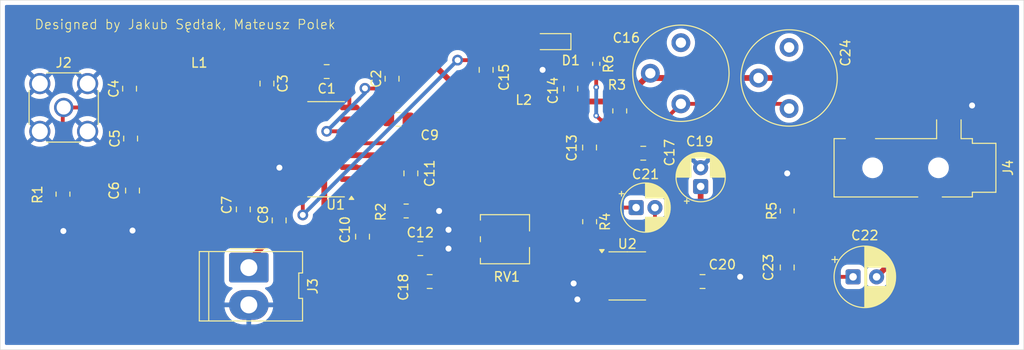
<source format=kicad_pcb>
(kicad_pcb (version 20241229) (generator "pcbnew") (generator_version "9.0")
  (layers (0 "F.Cu" signal) (2 "B.Cu" signal) (13 "F.Paste" user) (15 "B.Paste" user) (5 "F.SilkS" user "F.Silkscreen") (7 "B.SilkS" user "B.Silkscreen") (1 "F.Mask" user) (3 "B.Mask" user) (25 "Edge.Cuts" user))
  (net 0 "")
  (net 1 "Net-(U1-V_iIF)")
  (net 2 "Net-(U1-VoIF)")
  (net 3 "Net-(U1-IF_FEEDBACK)")
  (net 4 "Net-(U1-C_LP2)")
  (net 5 "/Vsupply_+3V")
  (net 6 "Net-(C4-Pad2)")
  (net 7 "Net-(C5-Pad1)")
  (net 8 "Net-(U1-C_LIMITER)")
  (net 9 "Net-(U1-C_AP)")
  (net 10 "Net-(U1-C_LP1)")
  (net 11 "Net-(U1-MUTE)")
  (net 12 "Net-(U1-LOOP)")
  (net 13 "/AUDIO_Input")
  (net 14 "GND")
  (net 15 "Net-(D1-K)")
  (net 16 "Net-(D1-A)")
  (net 17 "Net-(C16-Pad1)")
  (net 18 "Net-(J2-In)")
  (net 19 "Net-(C18-Pad2)")
  (net 20 "Net-(U2-BYPASS)")
  (net 21 "Net-(C21-Pad1)")
  (net 22 "Net-(C21-Pad2)")
  (net 23 "Net-(C22-Pad1)")
  (net 24 "Net-(C22-Pad2)")
  (net 25 "Net-(C23-Pad2)")
  (net 26 "Net-(R4-Pad2)")
  (net 27 "Net-(U2--)")
  (net 28 "Net-(U1-OSCILATOR)")
  (footprint "Capacitor_SMD:C_0805_2012Metric_Pad1.18x1.45mm_HandSolder" (layer "F.Cu") (at 26.15 32.32 -90)
    (property "Reference" "C6" (at 0 1.96 90) (layer "F.SilkS"))
    (property "Value" "220pF")
    (pad "1" smd roundrect (at -1.0375 0 270) (size 1.175 1.45) (layers "F.Cu" "F.Mask" "F.Paste") (roundrect_rratio 0.212766) (net 7 "Net-(C5-Pad1)"))
    (pad "2" smd roundrect (at 1.0375 0 270) (size 1.175 1.45) (layers "F.Cu" "F.Mask" "F.Paste") (roundrect_rratio 0.212766) (net 14 "GND"))
  )
  (footprint "Diode_SMD:D_SOD-323_HandSoldering" (layer "F.Cu") (at 70.736 16.49 180)
    (property "Reference" "D1" (at -2 -2 180) (layer "F.SilkS"))
    (property "Value" "BB 439 E6327")
    (pad "1" smd roundrect (at -1.25 0 180) (size 1 1) (layers "F.Cu" "F.Mask" "F.Paste") (net 15 "Net-(D1-K)"))
    (pad "2" smd roundrect (at 1.25 0 180) (size 1 1) (layers "F.Cu" "F.Mask" "F.Paste") (net 16 "Net-(D1-A)"))
  )
  (footprint "Resistor_SMD:R_0805_2012Metric_Pad1.20x1.40mm_HandSolder" (layer "F.Cu") (at 95.736 34.49 90)
    (property "Reference" "R5" (at 0 -1.65 90) (layer "F.SilkS"))
    (property "Value" "10")
    (pad "1" smd roundrect (at -1 0 90) (size 1.2 1.4) (layers "F.Cu" "F.Mask" "F.Paste") (roundrect_rratio 0.208333) (net 25 "Net-(C23-Pad2)"))
    (pad "2" smd roundrect (at 1 0 90) (size 1.2 1.4) (layers "F.Cu" "F.Mask" "F.Paste") (roundrect_rratio 0.208333) (net 14 "GND"))
  )
  (footprint "Capacitor_SMD:C_0805_2012Metric_Pad1.18x1.45mm_HandSolder" (layer "F.Cu") (at 25.948 26.792 90)
    (property "Reference" "C5" (at 0 -1.68 90) (layer "F.SilkS"))
    (property "Value" "68pF")
    (pad "1" smd roundrect (at -1.0375 0 90) (size 1.175 1.45) (layers "F.Cu" "F.Mask" "F.Paste") (roundrect_rratio 0.212766) (net 7 "Net-(C5-Pad1)"))
    (pad "2" smd roundrect (at 1.0375 0 90) (size 1.175 1.45) (layers "F.Cu" "F.Mask" "F.Paste") (roundrect_rratio 0.212766) (net 18 "Net-(J2-In)"))
  )
  (footprint "Connector_Audio:Jack_3.5mm_CUI_SJ-3523-SMT_Horizontal" (layer "F.Cu") (at 109.316 29.9 -90)
    (property "Reference" "J4" (at 0 -9.9 90) (layer "F.SilkS"))
    (property "Value" "AudioJack3")
    (pad "" np_thru_hole circle (at 0 -2.5 270) (size 1.7 1.7) (drill 1.7) (layers "*.Cu" "*.Mask"))
    (pad "" np_thru_hole circle (at 0 4.5 270) (size 1.7 1.7) (drill 1.7) (layers "*.Cu" "*.Mask"))
    (pad "R" smd rect (at 3.7 -1.6 270) (size 2.8 2.2) (layers "F.Cu" "F.Mask" "F.Paste") (net 24 "Net-(C22-Pad2)"))
    (pad "S" smd rect (at -3.7 -3.6 270) (size 2.8 2.2) (layers "F.Cu" "F.Mask" "F.Paste") (net 14 "GND"))
    (pad "T" smd rect (at -3.7 5.8 270) (size 2.8 2.8) (layers "F.Cu" "F.Mask" "F.Paste") (net 24 "Net-(C22-Pad2)"))
  )
  (footprint "Capacitor_SMD:C_0805_2012Metric_Pad1.18x1.45mm_HandSolder" (layer "F.Cu") (at 50.598 37.2195 -90)
    (property "Reference" "C10" (at -0.7295 1.862 90) (layer "F.SilkS"))
    (property "Value" "100nF")
    (pad "1" smd roundrect (at -1.0375 0 270) (size 1.175 1.45) (layers "F.Cu" "F.Mask" "F.Paste") (roundrect_rratio 0.212766) (net 11 "Net-(U1-MUTE)"))
    (pad "2" smd roundrect (at 1.0375 0 270) (size 1.175 1.45) (layers "F.Cu" "F.Mask" "F.Paste") (roundrect_rratio 0.212766) (net 5 "/Vsupply_+3V"))
  )
  (footprint "Connector_Molex:Molex_KK-396_5273-02A_1x02_P3.96mm_Vertical" (layer "F.Cu") (at 38.511 40.51 -90)
    (property "Reference" "J3" (at 1.98 -6.8 90) (layer "F.SilkS"))
    (property "Value" "Conn_01x02_Pin")
    (pad "1" thru_hole roundrect (at 0 0 270) (size 3.16 4.2) (drill 1.8) (layers "*.Cu" "*.Mask") (roundrect_rratio 0.079114) (net 5 "/Vsupply_+3V"))
    (pad "2" thru_hole oval (at 3.96 0 270) (size 3.16 4.2) (drill 1.8) (layers "*.Cu" "*.Mask") (net 14 "GND"))
  )
  (footprint "Capacitor_SMD:C_0805_2012Metric_Pad1.18x1.45mm_HandSolder" (layer "F.Cu") (at 80.436 28.352 180)
    (property "Reference" "C17" (at -2.8 0.062 90) (layer "F.SilkS"))
    (property "Value" "27pF")
    (pad "1" smd roundrect (at -1.0375 0 180) (size 1.175 1.45) (layers "F.Cu" "F.Mask" "F.Paste") (roundrect_rratio 0.212766) (net 17 "Net-(C16-Pad1)"))
    (pad "2" smd roundrect (at 1.0375 0 180) (size 1.175 1.45) (layers "F.Cu" "F.Mask" "F.Paste") (roundrect_rratio 0.212766) (net 28 "Net-(U1-OSCILATOR)"))
  )
  (footprint "Capacitor_SMD:C_0805_2012Metric_Pad1.18x1.45mm_HandSolder" (layer "F.Cu") (at 37.926 34.32 90)
    (property "Reference" "C7" (at 0.462 -1.762 90) (layer "F.SilkS"))
    (property "Value" "100nF")
    (pad "1" smd roundrect (at -1.0375 0 90) (size 1.175 1.45) (layers "F.Cu" "F.Mask" "F.Paste") (roundrect_rratio 0.212766) (net 5 "/Vsupply_+3V"))
    (pad "2" smd roundrect (at 1.0375 0 90) (size 1.175 1.45) (layers "F.Cu" "F.Mask" "F.Paste") (roundrect_rratio 0.212766) (net 8 "Net-(U1-C_LIMITER)"))
  )
  (footprint "Footprints_new:JLC05E088TRVSM" (layer "F.Cu") (at 33.236 24.49)
    (property "Reference" "L1" (at 0 -5.75 0) (layer "F.SilkS"))
    (property "Value" "70nH")
    (pad "1" smd rect (at 0 -3.5) (size 7 2) (layers "F.Cu" "F.Mask" "F.Paste") (net 6 "Net-(C4-Pad2)"))
    (pad "2" smd rect (at 0 3.5) (size 7 2) (layers "F.Cu" "F.Mask" "F.Paste") (net 7 "Net-(C5-Pad1)"))
  )
  (footprint "Capacitor_SMD:C_0805_2012Metric_Pad1.18x1.45mm_HandSolder" (layer "F.Cu") (at 40.438 20.942 -90)
    (property "Reference" "C3" (at 0 -1.68 90) (layer "F.SilkS"))
    (property "Value" "330pF")
    (pad "1" smd roundrect (at -1.0375 0 270) (size 1.175 1.45) (layers "F.Cu" "F.Mask" "F.Paste") (roundrect_rratio 0.212766) (net 5 "/Vsupply_+3V"))
    (pad "2" smd roundrect (at 1.0375 0 270) (size 1.175 1.45) (layers "F.Cu" "F.Mask" "F.Paste") (roundrect_rratio 0.212766) (net 4 "Net-(U1-C_LP2)"))
  )
  (footprint "Capacitor_SMD:C_0805_2012Metric_Pad1.18x1.45mm_HandSolder" (layer "F.Cu") (at 95.736 40.49 90)
    (property "Reference" "C23" (at 0 -2 90) (layer "F.SilkS"))
    (property "Value" "47nF")
    (pad "1" smd roundrect (at -1.0375 0 90) (size 1.175 1.45) (layers "F.Cu" "F.Mask" "F.Paste") (roundrect_rratio 0.212766) (net 23 "Net-(C22-Pad1)"))
    (pad "2" smd roundrect (at 1.0375 0 90) (size 1.175 1.45) (layers "F.Cu" "F.Mask" "F.Paste") (roundrect_rratio 0.212766) (net 25 "Net-(C23-Pad2)"))
  )
  (footprint "Capacitor_THT:CP_Radial_D5.0mm_P2.00mm" (layer "F.Cu") (at 86.536 31.89 90)
    (property "Reference" "C19" (at 4.8 -0.1 180) (layer "F.SilkS"))
    (property "Value" "10uF")
    (pad "1" thru_hole roundrect (at 0 0 90) (size 1.6 1.6) (drill 0.8) (layers "*.Cu" "*.Mask") (roundrect_rratio 0.15625) (net 20 "Net-(U2-BYPASS)"))
    (pad "2" thru_hole circle (at 2 0 90) (size 1.6 1.6) (drill 0.8) (layers "*.Cu" "*.Mask") (net 14 "GND"))
  )
  (footprint "Capacitor_SMD:C_0805_2012Metric_Pad1.18x1.45mm_HandSolder" (layer "F.Cu") (at 41.736 35.49 90)
    (property "Reference" "C8" (at 0.6 -1.7 90) (layer "F.SilkS"))
    (property "Value" "470pF")
    (pad "1" smd roundrect (at -1.0375 0 90) (size 1.175 1.45) (layers "F.Cu" "F.Mask" "F.Paste") (roundrect_rratio 0.212766) (net 5 "/Vsupply_+3V"))
    (pad "2" smd roundrect (at 1.0375 0 90) (size 1.175 1.45) (layers "F.Cu" "F.Mask" "F.Paste") (roundrect_rratio 0.212766) (net 9 "Net-(U1-C_AP)"))
  )
  (footprint "Resistor_SMD:R_0805_2012Metric_Pad1.20x1.40mm_HandSolder" (layer "F.Cu") (at 18.76 32.7 -90)
    (property "Reference" "R1" (at 0.05 2.71 90) (layer "F.SilkS"))
    (property "Value" "10K")
    (pad "1" smd roundrect (at -1 0 270) (size 1.2 1.4) (layers "F.Cu" "F.Mask" "F.Paste") (roundrect_rratio 0.208333) (net 18 "Net-(J2-In)"))
    (pad "2" smd roundrect (at 1 0 270) (size 1.2 1.4) (layers "F.Cu" "F.Mask" "F.Paste") (roundrect_rratio 0.208333) (net 14 "GND"))
  )
  (footprint "CUSTOM:variable capacitor 90deg 3 leg" (layer "F.Cu") (at 95.936 20.352 90)
    (property "Reference" "C24" (at 2.662 6 270) (layer "F.SilkS"))
    (property "Value" "C_Trim")
    (pad "1" thru_hole oval (at -3.25 0 90) (size 2 2) (drill 1.1) (layers "*.Cu" "*.Mask") (net 17 "Net-(C16-Pad1)"))
    (pad "2" thru_hole oval (at 0 -3.25 90) (size 2 2) (drill 1.1) (layers "*.Cu" "*.Mask") (net 5 "/Vsupply_+3V"))
    (pad "3" thru_hole oval (at 3.25 0 90) (size 2 2) (drill 1.1) (layers "*.Cu" "*.Mask"))
  )
  (footprint "Capacitor_SMD:C_0805_2012Metric_Pad1.18x1.45mm_HandSolder" (layer "F.Cu") (at 25.836 21.49 90)
    (property "Reference" "C4" (at 0 -1.68 90) (layer "F.SilkS"))
    (property "Value" "82pF")
    (pad "1" smd roundrect (at -1.0375 0 90) (size 1.175 1.45) (layers "F.Cu" "F.Mask" "F.Paste") (roundrect_rratio 0.212766) (net 18 "Net-(J2-In)"))
    (pad "2" smd roundrect (at 1.0375 0 90) (size 1.175 1.45) (layers "F.Cu" "F.Mask" "F.Paste") (roundrect_rratio 0.212766) (net 6 "Net-(C4-Pad2)"))
  )
  (footprint "Resistor_SMD:R_0805_2012Metric_Pad1.20x1.40mm_HandSolder" (layer "F.Cu") (at 74.736 35.628 -90)
    (property "Reference" "R4" (at 0 -1.65 90) (layer "F.SilkS"))
    (property "Value" "1,2K")
    (pad "1" smd roundrect (at -1 0 270) (size 1.2 1.4) (layers "F.Cu" "F.Mask" "F.Paste") (roundrect_rratio 0.208333) (net 21 "Net-(C21-Pad1)"))
    (pad "2" smd roundrect (at 1 0 270) (size 1.2 1.4) (layers "F.Cu" "F.Mask" "F.Paste") (roundrect_rratio 0.208333) (net 26 "Net-(R4-Pad2)"))
  )
  (footprint "Resistor_SMD:R_0805_2012Metric_Pad1.20x1.40mm_HandSolder" (layer "F.Cu") (at 77.936 23.852 90)
    (property "Reference" "R3" (at 2.762 -0.3 180) (layer "F.SilkS"))
    (property "Value" "1,2K")
    (pad "1" smd roundrect (at -1 0 90) (size 1.2 1.4) (layers "F.Cu" "F.Mask" "F.Paste") (roundrect_rratio 0.208333) (net 28 "Net-(U1-OSCILATOR)"))
    (pad "2" smd roundrect (at 1 0 90) (size 1.2 1.4) (layers "F.Cu" "F.Mask" "F.Paste") (roundrect_rratio 0.208333) (net 5 "/Vsupply_+3V"))
  )
  (footprint "Capacitor_SMD:C_0805_2012Metric_Pad1.18x1.45mm_HandSolder" (layer "F.Cu") (at 46.788 19.672)
    (property "Reference" "C1" (at 0 1.818 0) (layer "F.SilkS"))
    (property "Value" "3,9nF")
    (pad "1" smd roundrect (at -1.0375 0) (size 1.175 1.45) (layers "F.Cu" "F.Mask" "F.Paste") (roundrect_rratio 0.212766) (net 1 "Net-(U1-V_iIF)"))
    (pad "2" smd roundrect (at 1.0375 0) (size 1.175 1.45) (layers "F.Cu" "F.Mask" "F.Paste") (roundrect_rratio 0.212766) (net 2 "Net-(U1-VoIF)"))
  )
  (footprint "Capacitor_SMD:C_0805_2012Metric_Pad1.18x1.45mm_HandSolder" (layer "F.Cu") (at 56.736 38.49)
    (property "Reference" "C12" (at 0 -1.7 180) (layer "F.SilkS"))
    (property "Value" "1,8nF")
    (pad "1" smd roundrect (at -1.0375 0) (size 1.175 1.45) (layers "F.Cu" "F.Mask" "F.Paste") (roundrect_rratio 0.212766) (net 13 "/AUDIO_Input"))
    (pad "2" smd roundrect (at 1.0375 0) (size 1.175 1.45) (layers "F.Cu" "F.Mask" "F.Paste") (roundrect_rratio 0.212766) (net 14 "GND"))
  )
  (footprint "Package_SO:SOIC-16_3.9x9.9mm_P1.27mm" (layer "F.Cu") (at 46.723 27.927 180)
    (property "Reference" "U1" (at -1.013 -5.9 0) (layer "F.SilkS"))
    (property "Value" "~")
    (pad "1" smd roundrect (at -2.475 -4.445 180) (size 1.95 0.6) (layers "F.Cu" "F.Mask" "F.Paste") (net 11 "Net-(U1-MUTE)"))
    (pad "2" smd roundrect (at -2.475 -3.175 180) (size 1.95 0.6) (layers "F.Cu" "F.Mask" "F.Paste") (net 13 "/AUDIO_Input"))
    (pad "3" smd roundrect (at -2.475 -1.905 180) (size 1.95 0.6) (layers "F.Cu" "F.Mask" "F.Paste") (net 12 "Net-(U1-LOOP)"))
    (pad "4" smd roundrect (at -2.475 -0.635 180) (size 1.95 0.6) (layers "F.Cu" "F.Mask" "F.Paste") (net 5 "/Vsupply_+3V"))
    (pad "5" smd roundrect (at -2.475 0.635 180) (size 1.95 0.6) (layers "F.Cu" "F.Mask" "F.Paste") (net 28 "Net-(U1-OSCILATOR)"))
    (pad "6" smd roundrect (at -2.475 1.905 180) (size 1.95 0.6) (layers "F.Cu" "F.Mask" "F.Paste") (net 3 "Net-(U1-IF_FEEDBACK)"))
    (pad "7" smd roundrect (at -2.475 3.175 180) (size 1.95 0.6) (layers "F.Cu" "F.Mask" "F.Paste") (net 10 "Net-(U1-C_LP1)"))
    (pad "8" smd roundrect (at -2.475 4.445 180) (size 1.95 0.6) (layers "F.Cu" "F.Mask" "F.Paste") (net 2 "Net-(U1-VoIF)"))
    (pad "9" smd roundrect (at 2.475 4.445 180) (size 1.95 0.6) (layers "F.Cu" "F.Mask" "F.Paste") (net 1 "Net-(U1-V_iIF)"))
    (pad "10" smd roundrect (at 2.475 3.175 180) (size 1.95 0.6) (layers "F.Cu" "F.Mask" "F.Paste") (net 4 "Net-(U1-C_LP2)"))
    (pad "11" smd roundrect (at 2.475 1.905 180) (size 1.95 0.6) (layers "F.Cu" "F.Mask" "F.Paste") (net 6 "Net-(C4-Pad2)"))
    (pad "12" smd roundrect (at 2.475 0.635 180) (size 1.95 0.6) (layers "F.Cu" "F.Mask" "F.Paste") (net 7 "Net-(C5-Pad1)"))
    (pad "13" smd roundrect (at 2.475 -0.635 180) (size 1.95 0.6) (layers "F.Cu" "F.Mask" "F.Paste") (net 8 "Net-(U1-C_LIMITER)"))
    (pad "14" smd roundrect (at 2.475 -1.905 180) (size 1.95 0.6) (layers "F.Cu" "F.Mask" "F.Paste") (net 14 "GND"))
    (pad "15" smd roundrect (at 2.475 -3.175 180) (size 1.95 0.6) (layers "F.Cu" "F.Mask" "F.Paste") (net 9 "Net-(U1-C_AP)"))
    (pad "16" smd roundrect (at 2.475 -4.445 180) (size 1.95 0.6) (layers "F.Cu" "F.Mask" "F.Paste") (net 16 "Net-(D1-A)"))
  )
  (footprint "Capacitor_SMD:C_0805_2012Metric_Pad1.18x1.45mm_HandSolder" (layer "F.Cu") (at 74.728 27.744 -90)
    (property "Reference" "C13" (at 0.046 1.892 90) (layer "F.SilkS"))
    (property "Value" "18pF")
    (pad "1" smd roundrect (at -1.0375 0 270) (size 1.175 1.45) (layers "F.Cu" "F.Mask" "F.Paste") (roundrect_rratio 0.212766) (net 5 "/Vsupply_+3V"))
    (pad "2" smd roundrect (at 1.0375 0 270) (size 1.175 1.45) (layers "F.Cu" "F.Mask" "F.Paste") (roundrect_rratio 0.212766) (net 28 "Net-(U1-OSCILATOR)"))
  )
  (footprint "Capacitor_SMD:C_0805_2012Metric_Pad1.18x1.45mm_HandSolder" (layer "F.Cu") (at 53.736 20.434 90)
    (property "Reference" "C2" (at 0 -1.68 90) (layer "F.SilkS"))
    (property "Value" "3,3nF")
    (pad "1" smd roundrect (at -1.0375 0 90) (size 1.175 1.45) (layers "F.Cu" "F.Mask" "F.Paste") (roundrect_rratio 0.212766) (net 3 "Net-(U1-IF_FEEDBACK)"))
    (pad "2" smd roundrect (at 1.0375 0 90) (size 1.175 1.45) (layers "F.Cu" "F.Mask" "F.Paste") (roundrect_rratio 0.212766) (net 2 "Net-(U1-VoIF)"))
  )
  (footprint "Capacitor_SMD:C_0805_2012Metric_Pad1.18x1.45mm_HandSolder" (layer "F.Cu") (at 54.408 24.752 180)
    (property "Reference" "C9" (at -3.328 -1.68 0) (layer "F.SilkS"))
    (property "Value" "180pF")
    (pad "1" smd roundrect (at -1.0375 0 180) (size 1.175 1.45) (layers "F.Cu" "F.Mask" "F.Paste") (roundrect_rratio 0.212766) (net 5 "/Vsupply_+3V"))
    (pad "2" smd roundrect (at 1.0375 0 180) (size 1.175 1.45) (layers "F.Cu" "F.Mask" "F.Paste") (roundrect_rratio 0.212766) (net 10 "Net-(U1-C_LP1)"))
  )
  (footprint "Capacitor_THT:CP_Radial_D5.0mm_P2.00mm" (layer "F.Cu") (at 79.678888 34.128)
    (property "Reference" "C21" (at 1 -3.538 0) (layer "F.SilkS"))
    (property "Value" "10uF")
    (pad "1" thru_hole roundrect (at 0 0) (size 1.6 1.6) (drill 0.8) (layers "*.Cu" "*.Mask") (roundrect_rratio 0.15625) (net 21 "Net-(C21-Pad1)"))
    (pad "2" thru_hole circle (at 2 0) (size 1.6 1.6) (drill 0.8) (layers "*.Cu" "*.Mask") (net 22 "Net-(C21-Pad2)"))
  )
  (footprint "Capacitor_THT:CP_Radial_D6.3mm_P2.50mm" (layer "F.Cu") (at 102.736 41.49)
    (property "Reference" "C22" (at 1.25 -4.4 0) (layer "F.SilkS"))
    (property "Value" "220uF")
    (pad "1" thru_hole roundrect (at 0 0) (size 1.6 1.6) (drill 0.8) (layers "*.Cu" "*.Mask") (roundrect_rratio 0.15625) (net 23 "Net-(C22-Pad1)"))
    (pad "2" thru_hole circle (at 2.5 0) (size 1.6 1.6) (drill 0.8) (layers "*.Cu" "*.Mask") (net 24 "Net-(C22-Pad2)"))
  )
  (footprint "Resistor_SMD:R_0402_1005Metric_Pad0.72x0.64mm_HandSolder" (layer "F.Cu") (at 75.436 18.852 -90)
    (property "Reference" "R6" (at 0 -1.3 90) (layer "F.SilkS"))
    (property "Value" "0")
    (pad "1" smd roundrect (at -0.5975 0 270) (size 0.715 0.64) (layers "F.Cu" "F.Mask" "F.Paste") (net 15 "Net-(D1-K)"))
    (pad "2" smd roundrect (at 0.5975 0 270) (size 0.715 0.64) (layers "F.Cu" "F.Mask" "F.Paste") (net 28 "Net-(U1-OSCILATOR)"))
  )
  (footprint "Capacitor_SMD:C_0805_2012Metric_Pad1.18x1.45mm_HandSolder" (layer "F.Cu") (at 63.736 19.49 -90)
    (property "Reference" "C15" (at 0.8 -1.9 90) (layer "F.SilkS"))
    (property "Value" "100nF")
    (pad "1" smd roundrect (at -1.0375 0 270) (size 1.175 1.45) (layers "F.Cu" "F.Mask" "F.Paste") (roundrect_rratio 0.212766) (net 16 "Net-(D1-A)"))
    (pad "2" smd roundrect (at 1.0375 0 270) (size 1.175 1.45) (layers "F.Cu" "F.Mask" "F.Paste") (roundrect_rratio 0.212766) (net 5 "/Vsupply_+3V"))
  )
  (footprint "Package_SO:SOIC-8_3.9x4.9mm_P1.27mm" (layer "F.Cu") (at 78.736 41.39)
    (property "Reference" "U2" (at 0 -3.4 0) (layer "F.SilkS"))
    (property "Value" "LM386")
    (pad "1" smd roundrect (at -2.475 -1.905) (size 1.95 0.6) (layers "F.Cu" "F.Mask" "F.Paste") (net 26 "Net-(R4-Pad2)"))
    (pad "2" smd roundrect (at -2.475 -0.635) (size 1.95 0.6) (layers "F.Cu" "F.Mask" "F.Paste") (net 27 "Net-(U2--)"))
    (pad "3" smd roundrect (at -2.475 0.635) (size 1.95 0.6) (layers "F.Cu" "F.Mask" "F.Paste") (net 14 "GND"))
    (pad "4" smd roundrect (at -2.475 1.905) (size 1.95 0.6) (layers "F.Cu" "F.Mask" "F.Paste") (net 14 "GND"))
    (pad "5" smd roundrect (at 2.475 1.905) (size 1.95 0.6) (layers "F.Cu" "F.Mask" "F.Paste") (net 23 "Net-(C22-Pad1)"))
    (pad "6" smd roundrect (at 2.475 0.635) (size 1.95 0.6) (layers "F.Cu" "F.Mask" "F.Paste") (net 5 "/Vsupply_+3V"))
    (pad "7" smd roundrect (at 2.475 -0.635) (size 1.95 0.6) (layers "F.Cu" "F.Mask" "F.Paste") (net 20 "Net-(U2-BYPASS)"))
    (pad "8" smd roundrect (at 2.475 -1.905) (size 1.95 0.6) (layers "F.Cu" "F.Mask" "F.Paste") (net 22 "Net-(C21-Pad2)"))
  )
  (footprint "CUSTOM:variable capacitor 90deg 3 leg" (layer "F.Cu") (at 84.436 19.852 90)
    (property "Reference" "C16" (at 3.762 -5.8 0) (layer "F.SilkS"))
    (property "Value" "C_Trim")
    (pad "1" thru_hole oval (at -3.25 0 90) (size 2 2) (drill 1.1) (layers "*.Cu" "*.Mask") (net 17 "Net-(C16-Pad1)"))
    (pad "2" thru_hole oval (at 0 -3.25 90) (size 2 2) (drill 1.1) (layers "*.Cu" "*.Mask") (net 5 "/Vsupply_+3V"))
    (pad "3" thru_hole oval (at 3.25 0 90) (size 2 2) (drill 1.1) (layers "*.Cu" "*.Mask"))
  )
  (footprint "Connector_Coaxial:SMA_Amphenol_132134_Vertical" (layer "F.Cu") (at 18.836 23.49)
    (property "Reference" "J2" (at 0 -4.75 0) (layer "F.SilkS"))
    (property "Value" "Conn_Coaxial")
    (pad "1" thru_hole circle (at 0 0) (size 2.05 2.05) (drill 1.5) (layers "*.Cu" "*.Mask") (net 18 "Net-(J2-In)"))
    (pad "2" thru_hole circle (at -2.54 -2.54) (size 2.25 2.25) (drill 1.7) (layers "*.Cu" "*.Mask") (net 14 "GND"))
    (pad "2" thru_hole circle (at -2.54 2.54) (size 2.25 2.25) (drill 1.7) (layers "*.Cu" "*.Mask") (net 14 "GND"))
    (pad "2" thru_hole circle (at 2.54 -2.54) (size 2.25 2.25) (drill 1.7) (layers "*.Cu" "*.Mask") (net 14 "GND"))
    (pad "2" thru_hole circle (at 2.54 2.54) (size 2.25 2.25) (drill 1.7) (layers "*.Cu" "*.Mask") (net 14 "GND"))
  )
  (footprint "Footprints_new:JLC05E088TRVSM" (layer "F.Cu") (at 65.838 28.252 180)
    (property "Reference" "L2" (at -1.898 5.562 0) (layer "F.SilkS"))
    (property "Value" "78nH")
    (pad "1" smd rect (at 0 -3.5 180) (size 7 2) (layers "F.Cu" "F.Mask" "F.Paste") (net 28 "Net-(U1-OSCILATOR)"))
    (pad "2" smd rect (at 0 3.5 180) (size 7 2) (layers "F.Cu" "F.Mask" "F.Paste") (net 5 "/Vsupply_+3V"))
  )
  (footprint "Capacitor_SMD:C_0805_2012Metric_Pad1.18x1.45mm_HandSolder" (layer "F.Cu") (at 57.736 41.99)
    (property "Reference" "C18" (at -2.8 0.6 90) (layer "F.SilkS"))
    (property "Value" "470nF")
    (pad "1" smd roundrect (at -1.0375 0) (size 1.175 1.45) (layers "F.Cu" "F.Mask" "F.Paste") (roundrect_rratio 0.212766) (net 13 "/AUDIO_Input"))
    (pad "2" smd roundrect (at 1.0375 0) (size 1.175 1.45) (layers "F.Cu" "F.Mask" "F.Paste") (roundrect_rratio 0.212766) (net 19 "Net-(C18-Pad2)"))
  )
  (footprint "Resistor_SMD:R_0805_2012Metric_Pad1.20x1.40mm_HandSolder" (layer "F.Cu") (at 55.236 34.49 180)
    (property "Reference" "R2" (at 2.7 -0.1 90) (layer "F.SilkS"))
    (property "Value" "22K")
    (pad "1" smd roundrect (at -1 0 180) (size 1.2 1.4) (layers "F.Cu" "F.Mask" "F.Paste") (roundrect_rratio 0.208333) (net 14 "GND"))
    (pad "2" smd roundrect (at 1 0 180) (size 1.2 1.4) (layers "F.Cu" "F.Mask" "F.Paste") (roundrect_rratio 0.208333) (net 13 "/AUDIO_Input"))
  )
  (footprint "Potentiometer_SMD:Potentiometer_Vishay_TS53YL_Vertical" (layer "F.Cu") (at 65.736 37.49 180)
    (property "Reference" "RV1" (at -0.2 -4 0) (layer "F.SilkS"))
    (property "Value" "50k log")
    (pad "1" smd roundrect (at 2.75 -1.15 180) (size 1.3 1.3) (layers "F.Cu" "F.Mask" "F.Paste") (roundrect_rratio 0.192308) (net 19 "Net-(C18-Pad2)"))
    (pad "2" smd roundrect (at -2.75 0 180) (size 2 1.3) (layers "F.Cu" "F.Mask" "F.Paste") (roundrect_rratio 0.192308) (net 27 "Net-(U2--)"))
    (pad "3" smd roundrect (at 2.75 1.15 180) (size 1.3 1.3) (layers "F.Cu" "F.Mask" "F.Paste") (roundrect_rratio 0.192308) (net 14 "GND"))
  )
  (footprint "Capacitor_SMD:C_0805_2012Metric_Pad1.18x1.45mm_HandSolder" (layer "F.Cu") (at 55.736 30.49 90)
    (property "Reference" "C11" (at 0 2 270) (layer "F.SilkS"))
    (property "Value" "22nF")
    (pad "1" smd roundrect (at -1.0375 0 90) (size 1.175 1.45) (layers "F.Cu" "F.Mask" "F.Paste") (roundrect_rratio 0.212766) (net 12 "Net-(U1-LOOP)"))
    (pad "2" smd roundrect (at 1.0375 0 90) (size 1.175 1.45) (layers "F.Cu" "F.Mask" "F.Paste") (roundrect_rratio 0.212766) (net 5 "/Vsupply_+3V"))
  )
  (footprint "Capacitor_SMD:C_0805_2012Metric_Pad1.18x1.45mm_HandSolder" (layer "F.Cu") (at 86.736 41.99)
    (property "Reference" "C20" (at 2.1 -1.8 180) (layer "F.SilkS"))
    (property "Value" "100nF")
    (pad "1" smd roundrect (at -1.0375 0) (size 1.175 1.45) (layers "F.Cu" "F.Mask" "F.Paste") (roundrect_rratio 0.212766) (net 5 "/Vsupply_+3V"))
    (pad "2" smd roundrect (at 1.0375 0) (size 1.175 1.45) (layers "F.Cu" "F.Mask" "F.Paste") (roundrect_rratio 0.212766) (net 14 "GND"))
  )
  (footprint "Capacitor_SMD:C_0805_2012Metric_Pad1.18x1.45mm_HandSolder" (layer "F.Cu") (at 72.736 21.49 -90)
    (property "Reference" "C14" (at 0.2 1.9 270) (layer "F.SilkS"))
    (property "Value" "10nF")
    (pad "1" smd roundrect (at -1.0375 0 270) (size 1.175 1.45) (layers "F.Cu" "F.Mask" "F.Paste") (roundrect_rratio 0.212766) (net 14 "GND"))
    (pad "2" smd roundrect (at 1.0375 0 270) (size 1.175 1.45) (layers "F.Cu" "F.Mask" "F.Paste") (roundrect_rratio 0.212766) (net 5 "/Vsupply_+3V"))
  )
  (gr_rect (start 12.09 12.09) (end 120.882 49.22812) (stroke (width 0.05)) (fill no) (layer "Edge.Cuts"))
  (gr_text "Designed by Jakub Sędłak, Mateusz Polek" (at 15.67 15.25 0) (layer "F.SilkS") (effects (font (size 1 1) (thickness 0.1)) (justify left bottom)))
  (segment (start 45.518 19.672) (end 44.248 20.942) (width 0.4064) (layer "F.Cu") (net 1))
  (segment (start 45.7505 19.672) (end 45.518 19.672) (width 0.4064) (layer "F.Cu") (net 1))
  (segment (start 44.248 20.942) (end 44.248 23.482) (width 0.4064) (layer "F.Cu") (net 1))
  (segment (start 48.058 19.672) (end 47.8255 19.672) (width 0.4064) (layer "F.Cu") (net 2))
  (segment (start 53.736 19.3965) (end 50.6135 19.3965) (width 0.4064) (layer "F.Cu") (net 2))
  (segment (start 49.198 23.482) (end 50.09 23.482) (width 0.4064) (layer "F.Cu") (net 2))
  (segment (start 49.198 20.812) (end 48.058 19.672) (width 0.4064) (layer "F.Cu") (net 2))
  (segment (start 50.6135 19.3965) (end 49.198 20.812) (width 0.4064) (layer "F.Cu") (net 2))
  (segment (start 49.198 23.482) (end 49.198 20.812) (width 0.4064) (layer "F.Cu") (net 2))
  (segment (start 50.8735 21.4715) (end 50.852 21.45) (width 0.4064) (layer "F.Cu") (net 3))
  (segment (start 53.736 21.4715) (end 50.8735 21.4715) (width 0.4064) (layer "F.Cu") (net 3))
  (segment (start 46.788 26.022) (end 49.198 26.022) (width 0.4064) (layer "F.Cu") (net 3))
  (via (at 50.852 21.45) (size 1.143) (drill 0.635) (layers "F.Cu" "B.Cu") (net 3))
  (via (at 46.788 26.022) (size 1.143) (drill 0.635) (layers "F.Cu" "B.Cu") (net 3))
  (segment (start 46.788 26.022) (end 50.852 21.958) (width 0.4064) (layer "B.Cu") (net 3))
  (segment (start 50.852 21.958) (end 50.852 21.45) (width 0.4064) (layer "B.Cu") (net 3))
  (segment (start 41.708 24.752) (end 44.248 24.752) (width 0.4064) (layer "F.Cu") (net 4))
  (segment (start 40.438 21.9795) (end 40.438 23.482) (width 0.4064) (layer "F.Cu") (net 4))
  (segment (start 40.438 23.482) (end 41.708 24.752) (width 0.4064) (layer "F.Cu") (net 4))
  (segment (start 56.236 16.99) (end 59.7735 20.5275) (width 0.6096) (layer "F.Cu") (net 5))
  (segment (start 65.838 24.752) (end 69.394 24.752) (width 0.6096) (layer "F.Cu") (net 5))
  (segment (start 72.736 22.934) (end 70.918 24.752) (width 0.6096) (layer "F.Cu") (net 5))
  (segment (start 40.07725 37.50875) (end 40.75475 37.50875) (width 0.6096) (layer "F.Cu") (net 5))
  (segment (start 42.512 16.99) (end 56.236 16.99) (width 0.6096) (layer "F.Cu") (net 5))
  (segment (start 77.936 22.852) (end 73.0605 22.852) (width 0.4064) (layer "F.Cu") (net 5))
  (segment (start 91.736 34.09) (end 85.6985 40.1275) (width 0.6096) (layer "F.Cu") (net 5))
  (segment (start 77.1587 45.5673) (end 54.6513 45.5673) (width 0.6096) (layer "F.Cu") (net 5))
  (segment (start 70.918 24.752) (end 72.188 24.752) (width 0.6096) (layer "F.Cu") (net 5))
  (segment (start 38.511 40.51) (end 38.511 39.7525) (width 0.6096) (layer "F.Cu") (net 5))
  (segment (start 72.4935 22.5275) (end 72.818 22.852) (width 0.6096) (layer "F.Cu") (net 5))
  (segment (start 55.4455 24.752) (end 65.838 24.752) (width 0.6096) (layer "F.Cu") (net 5))
  (segment (start 54.8455 28.562) (end 49.198 28.562) (width 0.6096) (layer "F.Cu") (net 5))
  (segment (start 92.686 20.352) (end 82.436 20.352) (width 0.6096) (layer "F.Cu") (net 5))
  (segment (start 98.786 25.78) (end 96.076 28.49) (width 0.6096) (layer "F.Cu") (net 5))
  (segment (start 72.818 22.852) (end 76.436 22.852) (width 0.6096) (layer "F.Cu") (net 5))
  (segment (start 81.686 20.352) (end 81.186 19.852) (width 0.6096) (layer "F.Cu") (net 5))
  (segment (start 85.6985 40.1275) (end 85.6985 41.99) (width 0.6096) (layer "F.Cu") (net 5))
  (segment (start 54.6513 45.5673) (end 50.598 41.514) (width 0.6096) (layer "F.Cu") (net 5))
  (segment (start 72.208 23.462) (end 72.818 22.852) (width 0.6096) (layer "F.Cu") (net 5))
  (segment (start 92.686 20.352) (end 96.378 20.352) (width 0.6096) (layer "F.Cu") (net 5))
  (segment (start 40.75475 37.50875) (end 41.736 36.5275) (width 0.6096) (layer "F.Cu") (net 5))
  (segment (start 46.534 30.251001) (end 46.534 37.055) (width 0.6096) (layer "F.Cu") (net 5))
  (segment (start 82.436 20.352) (end 81.686 20.352) (width 0.6096) (layer "F.Cu") (net 5))
  (segment (start 55.736 29.4525) (end 54.8455 28.562) (width 0.6096) (layer "F.Cu") (net 5))
  (segment (start 79.801 42.025) (end 78.736 43.09) (width 0.6096) (layer "F.Cu") (net 5))
  (segment (start 70.918 24.752) (end 72.208 23.462) (width 0.6096) (layer "F.Cu") (net 5))
  (segment (start 96.378 20.352) (end 98.786 22.76) (width 0.6096) (layer "F.Cu") (net 5))
  (segment (start 46.0065 36.5275) (end 47.736 38.257) (width 0.6096) (layer "F.Cu") (net 5))
  (segment (start 50.598 41.514) (end 50.598 38.257) (width 0.6096) (layer "F.Cu") (net 5))
  (segment (start 78.186 22.852) (end 77.936 22.852) (width 0.4064) (layer "F.Cu") (net 5))
  (segment (start 47.736 38.257) (end 48.736 38.257) (width 0.6096) (layer "F.Cu") (net 5))
  (segment (start 50.598 38.257) (end 48.736 38.257) (width 0.6096) (layer "F.Cu") (net 5))
  (segment (start 94.236 28.49) (end 91.736 30.99) (width 0.6096) (layer "F.Cu") (net 5))
  (segment (start 78.186 22.852) (end 79.332 21.706) (width 0.6096) (layer "F.Cu") (net 5))
  (segment (start 76.436 22.852) (end 77.936 22.852) (width 0.6096) (layer "F.Cu") (net 5))
  (segment (start 81.211 42.025) (end 79.801 42.025) (width 0.6096) (layer "F.Cu") (net 5))
  (segment (start 78.736 43.99) (end 77.1587 45.5673) (width 0.6096) (layer "F.Cu") (net 5))
  (segment (start 49.198 28.562) (end 48.223001 28.562) (width 0.6096) (layer "F.Cu") (net 5))
  (segment (start 63.736 20.5275) (end 63.736 22.65) (width 0.6096) (layer "F.Cu") (net 5))
  (segment (start 98.786 22.76) (end 98.786 25.78) (width 0.6096) (layer "F.Cu") (net 5))
  (segment (start 73.0605 22.852) (end 72.736 22.5275) (width 0.4064) (layer "F.Cu") (net 5))
  (segment (start 85.6985 41.99) (end 81.246 41.99) (width 0.4064) (layer "F.Cu") (net 5))
  (segment (start 40.438 19.9045) (end 40.438 19.064) (width 0.6096) (layer "F.Cu") (net 5))
  (segment (start 91.736 30.99) (end 91.736 34.09) (width 0.6096) (layer "F.Cu") (net 5))
  (segment (start 41.736 36.5275) (end 46.0065 36.5275) (width 0.6096) (layer "F.Cu") (net 5))
  (segment (start 59.7735 20.5275) (end 63.736 20.5275) (width 0.6096) (layer "F.Cu") (net 5))
  (segment (start 78.736 43.09) (end 78.736 43.99) (width 0.6096) (layer "F.Cu") (net 5))
  (segment (start 72.188 24.752) (end 72.7735 24.752) (width 0.6096) (layer "F.Cu") (net 5))
  (segment (start 69.394 24.752) (end 70.918 24.752) (width 0.6096) (layer "F.Cu") (net 5))
  (segment (start 72.736 22.5275) (end 72.736 22.77) (width 0.6096) (layer "F.Cu") (net 5))
  (segment (start 79.332 21.706) (end 81.186 19.852) (width 0.6096) (layer "F.Cu") (net 5))
  (segment (start 72.7735 24.752) (end 74.728 26.7065) (width 0.6096) (layer "F.Cu") (net 5))
  (segment (start 37.926 35.3575) (end 40.07725 37.50875) (width 0.6096) (layer "F.Cu") (net 5))
  (segment (start 81.246 41.99) (end 81.211 42.025) (width 0.4064) (layer "F.Cu") (net 5))
  (segment (start 40.438 19.064) (end 42.512 16.99) (width 0.6096) (layer "F.Cu") (net 5))
  (segment (start 63.736 22.65) (end 65.838 24.752) (width 0.6096) (layer "F.Cu") (net 5))
  (segment (start 46.534 37.055) (end 47.736 38.257) (width 0.6096) (layer "F.Cu") (net 5))
  (segment (start 96.076 28.49) (end 94.236 28.49) (width 0.6096) (layer "F.Cu") (net 5))
  (segment (start 72.736 22.77) (end 72.818 22.852) (width 0.6096) (layer "F.Cu") (net 5))
  (segment (start 76.436 22.852) (end 78.186 22.852) (width 0.6096) (layer "F.Cu") (net 5))
  (segment (start 80.686 20.352) (end 79.332 21.706) (width 0.6096) (layer "F.Cu") (net 5))
  (segment (start 48.223001 28.562) (end 46.534 30.251001) (width 0.6096) (layer "F.Cu") (net 5))
  (segment (start 82.436 20.352) (end 80.686 20.352) (width 0.6096) (layer "F.Cu") (net 5))
  (segment (start 38.511 39.7525) (end 40.75475 37.50875) (width 0.6096) (layer "F.Cu") (net 5))
  (segment (start 72.736 22.5275) (end 72.736 22.934) (width 0.6096) (layer "F.Cu") (net 5))
  (segment (start 35.736 20.99) (end 33.236 20.99) (width 0.4064) (layer "F.Cu") (net 6))
  (segment (start 32.6985 20.4525) (end 33.236 20.99) (width 0.4064) (layer "F.Cu") (net 6))
  (segment (start 25.836 20.4525) (end 32.6985 20.4525) (width 0.4064) (layer "F.Cu") (net 6))
  (segment (start 40.768 26.022) (end 35.736 20.99) (width 0.4064) (layer "F.Cu") (net 6))
  (segment (start 44.248 26.022) (end 40.768 26.022) (width 0.4064) (layer "F.Cu") (net 6))
  (segment (start 33.934 27.292) (end 33.236 27.99) (width 0.4064) (layer "F.Cu") (net 7))
  (segment (start 25.948 31.2395) (end 26.1985 31.49) (width 0.4064) (layer "F.Cu") (net 7))
  (segment (start 33.0755 27.8295) (end 33.236 27.99) (width 0.4064) (layer "F.Cu") (net 7))
  (segment (start 25.948 27.8295) (end 25.948 31.2395) (width 0.4064) (layer "F.Cu") (net 7))
  (segment (start 25.948 27.8295) (end 33.0755 27.8295) (width 0.4064) (layer "F.Cu") (net 7))
  (segment (start 44.248 27.292) (end 33.934 27.292) (width 0.4064) (layer "F.Cu") (net 7))
  (segment (start 37.926 31.074) (end 40.438 28.562) (width 0.4064) (layer "F.Cu") (net 8))
  (segment (start 40.438 28.562) (end 44.248 28.562) (width 0.4064) (layer "F.Cu") (net 8))
  (segment (start 37.926 33.2825) (end 37.926 31.074) (width 0.4064) (layer "F.Cu") (net 8))
  (segment (start 44.248 31.102) (end 42.736 31.102) (width 0.4064) (layer "F.Cu") (net 9))
  (segment (start 41.736 32.102) (end 41.736 34.4525) (width 0.4064) (layer "F.Cu") (net 9))
  (segment (start 42.736 31.102) (end 41.736 32.102) (width 0.4064) (layer "F.Cu") (net 9))
  (segment (start 49.198 24.752) (end 53.3705 24.752) (width 0.6096) (layer "F.Cu") (net 10))
  (segment (start 50.598 36.182) (end 50.598 33.772) (width 0.4064) (layer "F.Cu") (net 11))
  (segment (start 50.598 33.772) (end 49.198 32.372) (width 0.4064) (layer "F.Cu") (net 11))
  (segment (start 53.796 31.5275) (end 52.1005 29.832) (width 0.4064) (layer "F.Cu") (net 12))
  (segment (start 52.1005 29.832) (end 49.198 29.832) (width 0.4064) (layer "F.Cu") (net 12))
  (segment (start 55.736 31.5275) (end 53.796 31.5275) (width 0.4064) (layer "F.Cu") (net 12))
  (segment (start 50.848 31.102) (end 49.198 31.102) (width 0.4064) (layer "F.Cu") (net 13))
  (segment (start 55.6985 38.49) (end 55.6985 40.99) (width 0.4064) (layer "F.Cu") (net 13))
  (segment (start 55.6985 40.99) (end 56.6985 41.99) (width 0.4064) (layer "F.Cu") (net 13))
  (segment (start 54.236 34.49) (end 50.848 31.102) (width 0.4064) (layer "F.Cu") (net 13))
  (segment (start 54.236 34.49) (end 54.236 36.49) (width 0.4064) (layer "F.Cu") (net 13))
  (segment (start 54.236 37.0275) (end 55.6985 38.49) (width 0.4064) (layer "F.Cu") (net 13))
  (segment (start 54.236 36.49) (end 54.236 37.0275) (width 0.4064) (layer "F.Cu") (net 13))
  (segment (start 71.2255 19.49) (end 72.188 20.4525) (width 0.4064) (layer "F.Cu") (net 14))
  (segment (start 69.736 19.49) (end 71.2255 19.49) (width 0.4064) (layer "F.Cu") (net 14))
  (segment (start 88.2735 41.49) (end 87.7735 41.99) (width 0.4064) (layer "F.Cu") (net 14))
  (segment (start 59.736 38.49) (end 57.7735 38.49) (width 0.4064) (layer "F.Cu") (net 14))
  (segment (start 41.816434 29.832) (end 41.762217 29.886217) (width 0.4064) (layer "F.Cu") (net 14))
  (segment (start 18.8 36.62) (end 18.81 36.61) (width 0.4064) (layer "F.Cu") (net 14))
  (segment (start 74.031 43.295) (end 73.436 43.89) (width 0.4064) (layer "F.Cu") (net 14))
  (segment (start 113.986 26.44) (end 113.986 24.678) (width 0.4064) (layer "F.Cu") (net 14))
  (segment (start 26.15 36.57) (end 26.15 33.3575) (width 0.4064) (layer "F.Cu") (net 14))
  (segment (start 113.986 24.678) (end 115.386 23.278) (width 0.4064) (layer "F.Cu") (net 14))
  (segment (start 44.248 29.832) (end 41.816434 29.832) (width 0.4064) (layer "F.Cu") (net 14))
  (segment (start 18.81 36.61) (end 18.81 33.5) (width 0.4064) (layer "F.Cu") (net 14))
  (segment (start 62.986 36.34) (end 59.886 36.34) (width 0.4064) (layer "F.Cu") (net 14))
  (segment (start 59.886 36.34) (end 59.736 36.49) (width 0.4064) (layer "F.Cu") (net 14))
  (segment (start 73.036 42.19) (end 73.201 42.025) (width 0.4064) (layer "F.Cu") (net 14))
  (segment (start 95.736 33.49) (end 95.736 30.49) (width 0.4064) (layer "F.Cu") (net 14))
  (segment (start 73.201 42.025) (end 76.261 42.025) (width 0.4064) (layer "F.Cu") (net 14))
  (segment (start 58.736 34.49) (end 56.236 34.49) (width 0.4064) (layer "F.Cu") (net 14))
  (segment (start 76.261 43.295) (end 74.031 43.295) (width 0.4064) (layer "F.Cu") (net 14))
  (segment (start 90.736 41.49) (end 88.2735 41.49) (width 0.4064) (layer "F.Cu") (net 14))
  (via (at 95.736 30.49) (size 1.143) (drill 0.635) (layers "F.Cu" "B.Cu") (net 14))
  (via (at 18.8 36.62) (size 1.143) (drill 0.635) (layers "F.Cu" "B.Cu") (net 14))
  (via (at 115.386 23.278) (size 1.143) (drill 0.635) (layers "F.Cu" "B.Cu") (net 14))
  (via (at 41.762217 29.886217) (size 1.143) (drill 0.635) (layers "F.Cu" "B.Cu") (net 14))
  (via (at 59.736 38.49) (size 1.143) (drill 0.635) (layers "F.Cu" "B.Cu") (net 14))
  (via (at 73.036 42.19) (size 1.143) (drill 0.635) (layers "F.Cu" "B.Cu") (net 14))
  (via (at 58.736 34.49) (size 1.143) (drill 0.635) (layers "F.Cu" "B.Cu") (net 14))
  (via (at 73.436 43.89) (size 1.143) (drill 0.635) (layers "F.Cu" "B.Cu") (net 14))
  (via (at 26.15 36.57) (size 1.143) (drill 0.635) (layers "F.Cu" "B.Cu") (net 14))
  (via (at 59.736 36.49) (size 1.143) (drill 0.635) (layers "F.Cu" "B.Cu") (net 14))
  (via (at 90.736 41.49) (size 1.143) (drill 0.635) (layers "F.Cu" "B.Cu") (net 14))
  (via (at 69.736 19.49) (size 1.143) (drill 0.635) (layers "F.Cu" "B.Cu") (net 14))
  (segment (start 73.6715 16.49) (end 75.436 18.2545) (width 0.4064) (layer "F.Cu") (net 15))
  (segment (start 71.986 16.49) (end 73.6715 16.49) (width 0.4064) (layer "F.Cu") (net 15))
  (segment (start 60.703 18.457) (end 63.344 18.457) (width 0.4064) (layer "F.Cu") (net 16))
  (segment (start 69.486 16.49) (end 67.8005 16.49) (width 0.4064) (layer "F.Cu") (net 16))
  (segment (start 63.3485 18.4525) (end 65.838 18.4525) (width 0.4064) (layer "F.Cu") (net 16))
  (segment (start 67.8005 16.49) (end 65.838 18.4525) (width 0.4064) (layer "F.Cu") (net 16))
  (segment (start 63.344 18.457) (end 63.3485 18.4525) (width 0.4064) (layer "F.Cu") (net 16))
  (segment (start 44.248 32.372) (end 44.248 34.912) (width 0.4064) (layer "F.Cu") (net 16))
  (via (at 44.248 34.912) (size 1.143) (drill 0.635) (layers "F.Cu" "B.Cu") (net 16))
  (via (at 60.703 18.457) (size 1.143) (drill 0.635) (layers "F.Cu" "B.Cu") (net 16))
  (segment (start 44.248 34.912) (end 60.703 18.457) (width 0.4064) (layer "B.Cu") (net 16))
  (segment (start 84.436 23.102) (end 95.436 23.102) (width 0.4064) (layer "F.Cu") (net 17))
  (segment (start 81.436 28.744) (end 81.544 28.852) (width 0.4064) (layer "F.Cu") (net 17))
  (segment (start 84.436 23.102) (end 81.4735 26.0645) (width 0.4064) (layer "F.Cu") (net 17))
  (segment (start 81.4735 26.0645) (end 81.4735 28.352) (width 0.4064) (layer "F.Cu") (net 17))
  (segment (start 95.436 23.102) (end 95.936 23.602) (width 0.4064) (layer "F.Cu") (net 17))
  (segment (start 18.836 23.99) (end 18.736 24.09) (width 0.4064) (layer "F.Cu") (net 18))
  (segment (start 24.678 23.532) (end 25.948 24.802) (width 0.4064) (layer "F.Cu") (net 18))
  (segment (start 18.736 29.58) (end 18.75 29.594) (width 0.4064) (layer "F.Cu") (net 18))
  (segment (start 25.948 24.802) (end 24.636 23.49) (width 0.4064) (layer "F.Cu") (net 18))
  (segment (start 18.75 29.594) (end 18.75 31.56) (width 0.4064) (layer "F.Cu") (net 18))
  (segment (start 18.836 23.49) (end 18.836 23.99) (width 0.4064) (layer "F.Cu") (net 18))
  (segment (start 18.736 29.58) (end 18.736 29.99) (width 0.4064) (layer "F.Cu") (net 18))
  (segment (start 25.836 22.5275) (end 25.6825 22.5275) (width 0.4064) (layer "F.Cu") (net 18))
  (segment (start 25.6825 22.5275) (end 24.678 23.532) (width 0.4064) (layer "F.Cu") (net 18))
  (segment (start 18.736 24.09) (end 18.736 29.58) (width 0.4064) (layer "F.Cu") (net 18))
  (segment (start 24.636 23.49) (end 18.836 23.49) (width 0.4064) (layer "F.Cu") (net 18))
  (segment (start 24.678 23.532) (end 24.636 23.49) (width 0.4064) (layer "F.Cu") (net 18))
  (segment (start 25.948 25.7545) (end 25.948 24.802) (width 0.4064) (layer "F.Cu") (net 18))
  (segment (start 59.636 41.99) (end 62.986 38.64) (width 0.4064) (layer "F.Cu") (net 19))
  (segment (start 58.7735 41.99) (end 59.636 41.99) (width 0.4064) (layer "F.Cu") (net 19))
  (segment (start 86.536 36.404999) (end 82.185999 40.755) (width 0.6096) (layer "F.Cu") (net 20))
  (segment (start 82.185999 40.755) (end 81.211 40.755) (width 0.6096) (layer "F.Cu") (net 20))
  (segment (start 86.536 31.89) (end 86.536 36.404999) (width 0.6096) (layer "F.Cu") (net 20))
  (segment (start 79.678888 34.128) (end 75.236 34.128) (width 0.4064) (layer "F.Cu") (net 21))
  (segment (start 75.236 34.128) (end 74.736 34.628) (width 0.4064) (layer "F.Cu") (net 21))
  (segment (start 81.678888 39.017112) (end 81.211 39.485) (width 0.4064) (layer "F.Cu") (net 22))
  (segment (start 81.678888 34.128) (end 81.678888 39.017112) (width 0.4064) (layer "F.Cu") (net 22))
  (segment (start 95.736 41.5275) (end 96.6985 41.5275) (width 0.4064) (layer "F.Cu") (net 23))
  (segment (start 83.741 43.295) (end 81.211 43.295) (width 0.4064) (layer "F.Cu") (net 23))
  (segment (start 88.736 44.24) (end 92.736 44.24) (width 0.4064) (layer "F.Cu") (net 23))
  (segment (start 95.4485 41.5275) (end 92.736 44.24) (width 0.4064) (layer "F.Cu") (net 23))
  (segment (start 88.736 44.24) (end 84.686 44.24) (width 0.4064) (layer "F.Cu") (net 23))
  (segment (start 96.736 41.49) (end 102.736 41.49) (width 0.4064) (layer "F.Cu") (net 23))
  (segment (start 84.686 44.24) (end 83.741 43.295) (width 0.4064) (layer "F.Cu") (net 23))
  (segment (start 96.6985 41.5275) (end 96.736 41.49) (width 0.4064) (layer "F.Cu") (net 23))
  (segment (start 95.736 41.5275) (end 95.4485 41.5275) (width 0.4064) (layer "F.Cu") (net 23))
  (segment (start 110.916 33.6) (end 108.006 30.69) (width 0.6096) (layer "F.Cu") (net 24))
  (segment (start 108.006 28.34) (end 105.866 26.2) (width 0.6096) (layer "F.Cu") (net 24))
  (segment (start 108.006 30.69) (end 108.006 28.34) (width 0.6096) (layer "F.Cu") (net 24))
  (segment (start 110.916 35.81) (end 105.236 41.49) (width 0.6096) (layer "F.Cu") (net 24))
  (segment (start 110.916 33.6) (end 110.916 35.81) (width 0.6096) (layer "F.Cu") (net 24))
  (segment (start 105.866 26.2) (end 103.516 26.2) (width 0.6096) (layer "F.Cu") (net 24))
  (segment (start 95.736 39.4525) (end 95.736 35.49) (width 0.4064) (layer "F.Cu") (net 25))
  (segment (start 74.736 36.628) (end 74.736 37.96) (width 0.4064) (layer "F.Cu") (net 26))
  (segment (start 74.736 37.96) (end 76.261 39.485) (width 0.4064) (layer "F.Cu") (net 26))
  (segment (start 71.751 40.755) (end 76.261 40.755) (width 0.4064) (layer "F.Cu") (net 27))
  (segment (start 68.486 37.49) (end 71.751 40.755) (width 0.4064) (layer "F.Cu") (net 27))
  (segment (start 68.859 37.117) (end 68.486 37.49) (width 0.4064) (layer "F.Cu") (net 27))
  (segment (start 76.134 40.628) (end 76.261 40.755) (width 0.4064) (layer "F.Cu") (net 27))
  (segment (start 75.436 24.352) (end 75.936 24.852) (width 0.4064) (layer "F.Cu") (net 28))
  (segment (start 61.378 27.292) (end 65.838 31.752) (width 0.4064) (layer "F.Cu") (net 28))
  (segment (start 74.728 28.7815) (end 76.436 28.7815) (width 0.4064) (layer "F.Cu") (net 28))
  (segment (start 71.7575 31.752) (end 74.728 28.7815) (width 0.4064) (layer "F.Cu") (net 28))
  (segment (start 77.936 24.852) (end 77.936 27.2815) (width 0.4064) (layer "F.Cu") (net 28))
  (segment (start 76.436 28.7815) (end 78.969 28.7815) (width 0.4064) (layer "F.Cu") (net 28))
  (segment (start 49.198 27.292) (end 61.378 27.292) (width 0.4064) (layer "F.Cu") (net 28))
  (segment (start 75.936 24.852) (end 77.936 24.852) (width 0.4064) (layer "F.Cu") (net 28))
  (segment (start 75.436 19.4495) (end 75.436 21.352) (width 0.4064) (layer "F.Cu") (net 28))
  (segment (start 77.936 27.2815) (end 76.436 28.7815) (width 0.4064) (layer "F.Cu") (net 28))
  (segment (start 65.838 31.752) (end 71.7575 31.752) (width 0.4064) (layer "F.Cu") (net 28))
  (segment (start 78.969 28.7815) (end 79.3985 28.352) (width 0.4064) (layer "F.Cu") (net 28))
  (via (at 75.436 24.352) (size 0.6) (drill 0.3) (layers "F.Cu" "B.Cu") (net 28))
  (via (at 75.436 21.352) (size 0.6) (drill 0.3) (layers "F.Cu" "B.Cu") (net 28))
  (segment (start 75.436 21.352) (end 75.436 24.352) (width 0.4064) (layer "B.Cu") (net 28))
  (zone (net 14) (net_name "GND") (layer "B.Cu") (connect_pads (clearance 0.5)) (min_thickness 0.25) (fill yes (thermal_gap 0.5) (thermal_bridge_width 0.5))
    (polygon (pts (xy 120.88 49.23) (xy 12.09 49.23) (xy 12.09 12.09) (xy 120.88 12.09)))
  )
)
</source>
